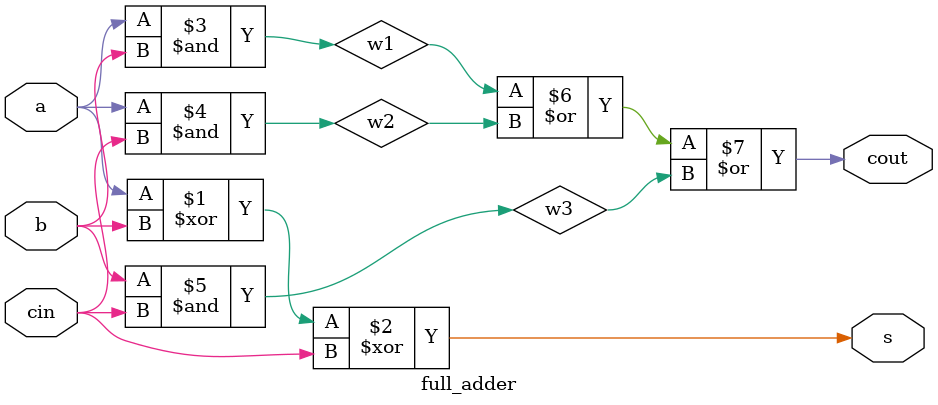
<source format=v>
module full_adder(a, b, cin, s, cout);
	input a, b, cin;
	output s, cout;
	wire w1, w2,w3;
	xor(s, a, b, cin);
	and(w1, a, b);
	and(w2, a, cin);
	and(w3, b, cin);
	or(cout, w1, w2, w3);
endmodule
</source>
